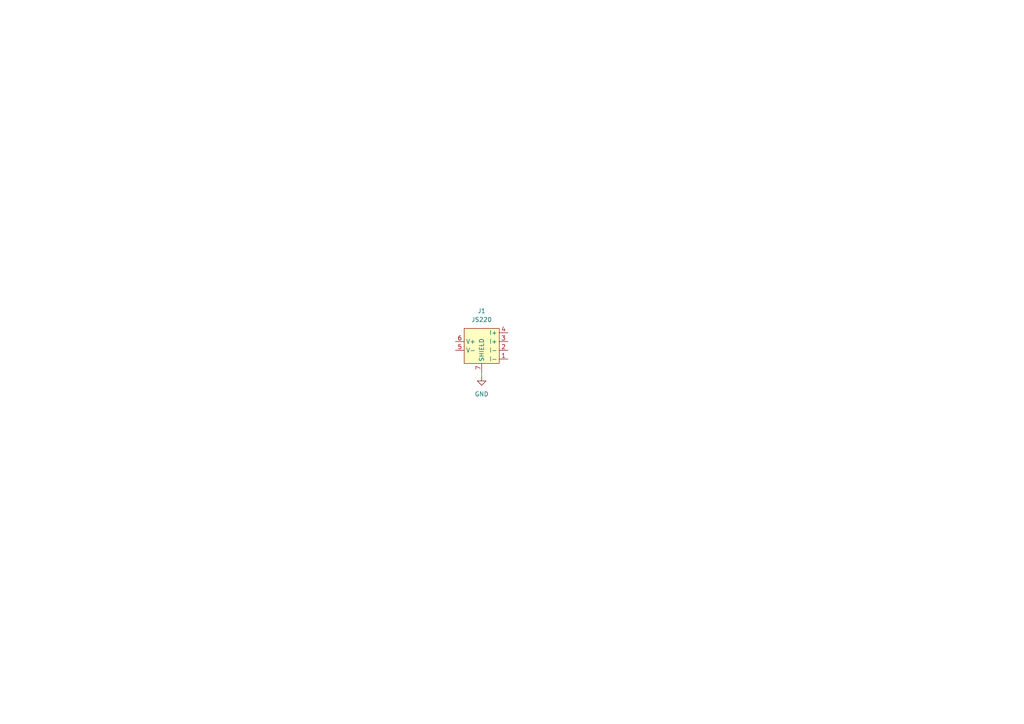
<source format=kicad_sch>
(kicad_sch (version 20211123) (generator eeschema)
  (paper "A4")
  (lib_symbols
    (symbol "Joulescope:JS220"
      (property "Reference" "J" (at 0 8.89 0))
      (property "Value" "JS220" (at 0 6.35 0))
      (symbol "JS220_0_1"
        (rectangle (start -5.08 5.08) (end 5.08 -5.08) (fill (type background)))
        (rectangle (start 0 0) (end 0 0))
        (rectangle (start 0 0) (end 0 0))
        (rectangle (start 0 0) (end 0 0))
        (rectangle (start 0 0) (end 0 0))
        (rectangle (start 0 0) (end 0 0))
        (rectangle (start 0 0) (end 0 0))
      )
      (symbol "JS220_1_1"
        (pin bidirectional line (at 7.62 -3.81 180) (length 2.54) (name "I-") (number "1"))
        (pin bidirectional line (at 7.62 -1.27 180) (length 2.54) (name "I-") (number "2"))
        (pin bidirectional line (at 7.62 1.27 180) (length 2.54) (name "I+") (number "3"))
        (pin bidirectional line (at 7.62 3.81 180) (length 2.54) (name "I+") (number "4"))
        (pin bidirectional line (at -7.62 -1.27 0) (length 2.54) (name "V-") (number "5"))
        (pin bidirectional line (at -7.62 1.27 0) (length 2.54) (name "V+") (number "6"))
        (pin input line (at 0 -7.62 90) (length 2.54) (name "SHIELD") (number "7"))
      )
    )
    (symbol "power:GND" (power) (pin_names (offset 0))
      (property "Value" "GND" (at 0 -3.81 0))
      (symbol "GND_0_1"
        (polyline (pts (xy 0 0) (xy 0 -1.27) (xy 1.27 -1.27) (xy 0 -2.54) (xy -1.27 -1.27) (xy 0 -1.27)))
      )
      (symbol "GND_1_1"
        (pin power_in line (at 0 0 270) (length 0) hide (name "GND") (number "1"))
      )
    )
  )
  (wire (pts (xy 139.7 107.95) (xy 139.7 109.22)))
  (symbol (lib_id "power:GND") (at 139.7 109.22 0) (unit 1)
    (property "Reference" "#PWR0101" (effects hide))
    (property "Value" "GND" (at 139.7 114.3 0))
  )
  (symbol (lib_id "Joulescope:JS220") (at 139.7 100.33 0) (unit 1)
    (property "Reference" "J1" (at 139.7 90.17 0))
    (property "Value" "JS220" (at 139.7 92.71 0))
    (property "Footprint" "Joulescope:JS220" (effects hide))
  )
)
</source>
